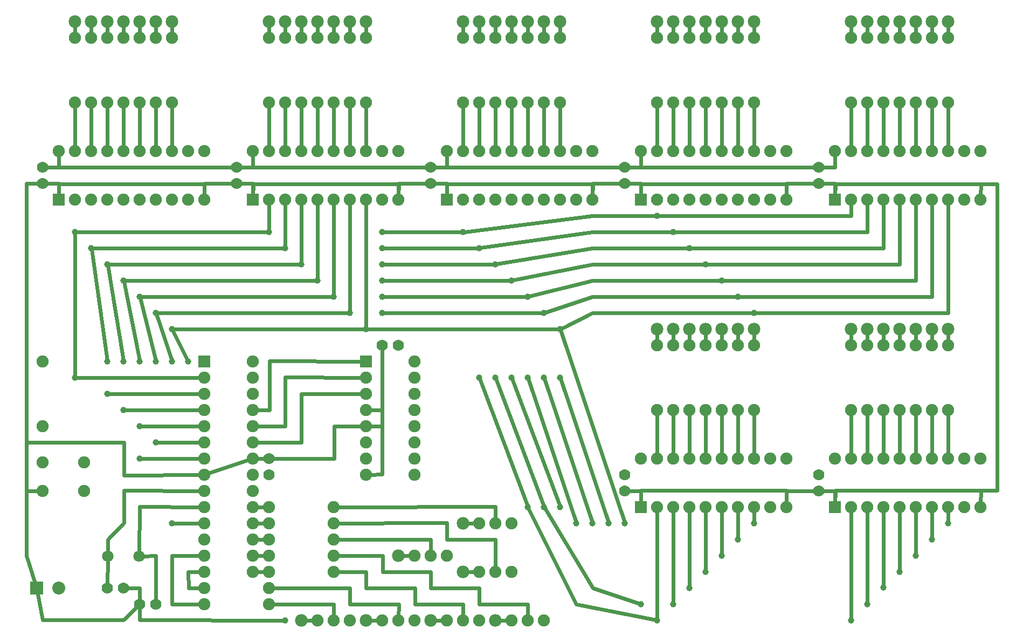
<source format=gbl>
G04 MADE WITH FRITZING*
G04 WWW.FRITZING.ORG*
G04 DOUBLE SIDED*
G04 HOLES PLATED*
G04 CONTOUR ON CENTER OF CONTOUR VECTOR*
%ASAXBY*%
%FSLAX23Y23*%
%MOIN*%
%OFA0B0*%
%SFA1.0B1.0*%
%ADD10C,0.039370*%
%ADD11C,0.080000*%
%ADD12C,0.078000*%
%ADD13C,0.075000*%
%ADD14C,0.070000*%
%ADD15C,0.070925*%
%ADD16C,0.070866*%
%ADD17R,0.080000X0.080000*%
%ADD18R,0.075000X0.075000*%
%ADD19C,0.024000*%
%LNCOPPER0*%
G90*
G70*
G54D10*
X3865Y195D03*
X1665Y95D03*
X365Y1595D03*
X565Y1495D03*
X565Y1695D03*
X665Y1395D03*
X665Y1695D03*
X765Y1295D03*
X865Y1195D03*
X765Y1695D03*
X865Y1695D03*
X965Y1695D03*
X1065Y1695D03*
X965Y695D03*
X765Y1095D03*
X1565Y2495D03*
X1665Y2395D03*
X1765Y2295D03*
X1865Y2195D03*
X1965Y2095D03*
X2065Y1995D03*
X2165Y1895D03*
X365Y2495D03*
X465Y2395D03*
X565Y2295D03*
X665Y2195D03*
X765Y2095D03*
X865Y1995D03*
X965Y1895D03*
X2765Y2495D03*
X2865Y2395D03*
X2965Y2295D03*
X3065Y2195D03*
X3165Y2095D03*
X3265Y1995D03*
X2265Y2495D03*
X2265Y2395D03*
X2265Y2295D03*
X2265Y2195D03*
X2265Y2095D03*
X2265Y1995D03*
X3965Y2595D03*
X4065Y2495D03*
X4165Y2395D03*
X4265Y2295D03*
X4365Y2195D03*
X4465Y2095D03*
X4565Y1995D03*
X4565Y696D03*
X4465Y595D03*
X4365Y495D03*
X4265Y395D03*
X4165Y295D03*
X4065Y195D03*
X3965Y95D03*
X5165Y95D03*
X5265Y195D03*
X5366Y297D03*
X5465Y395D03*
X5565Y495D03*
X5665Y595D03*
X5765Y695D03*
X3765Y695D03*
X3665Y695D03*
X3565Y695D03*
X3465Y695D03*
X3365Y795D03*
X3265Y795D03*
X3165Y795D03*
X3365Y1895D03*
X3365Y1595D03*
X3265Y1595D03*
X3165Y1595D03*
X3065Y1595D03*
X2965Y1595D03*
X2865Y1595D03*
G54D11*
X128Y295D03*
X265Y295D03*
G54D12*
X2765Y695D03*
X2765Y395D03*
X2365Y495D03*
X2965Y95D03*
X2565Y95D03*
X2165Y95D03*
X1765Y95D03*
X3965Y1895D03*
X4065Y1895D03*
X4165Y1895D03*
X4265Y1895D03*
X4365Y1895D03*
X4465Y1895D03*
X4565Y1895D03*
X5165Y1895D03*
X5265Y1895D03*
X5365Y1895D03*
X5465Y1895D03*
X5565Y1895D03*
X5665Y1895D03*
X5765Y1895D03*
X5165Y3795D03*
X5265Y3795D03*
X5365Y3795D03*
X5465Y3795D03*
X5565Y3795D03*
X5665Y3795D03*
X5765Y3795D03*
X3965Y3795D03*
X4065Y3795D03*
X4165Y3795D03*
X4265Y3795D03*
X4365Y3795D03*
X4465Y3795D03*
X4565Y3795D03*
X2765Y3795D03*
X2865Y3795D03*
X2965Y3795D03*
X3065Y3795D03*
X3165Y3795D03*
X3265Y3795D03*
X3365Y3795D03*
X1565Y3795D03*
X1665Y3795D03*
X1765Y3795D03*
X1865Y3795D03*
X1965Y3795D03*
X2065Y3795D03*
X2165Y3795D03*
X365Y3795D03*
X465Y3795D03*
X565Y3795D03*
X665Y3795D03*
X765Y3795D03*
X865Y3795D03*
X965Y3795D03*
G54D13*
X1165Y1695D03*
X1465Y1695D03*
X1165Y1595D03*
X1465Y1595D03*
X1165Y1495D03*
X1465Y1495D03*
X1165Y1395D03*
X1465Y1395D03*
X1165Y1295D03*
X1465Y1295D03*
X1165Y1195D03*
X1465Y1195D03*
X1165Y1095D03*
X1465Y1095D03*
X1165Y995D03*
X1465Y995D03*
X1165Y895D03*
X1465Y895D03*
X1165Y795D03*
X1465Y795D03*
X1165Y695D03*
X1465Y695D03*
X1165Y595D03*
X1465Y595D03*
X1165Y495D03*
X1465Y495D03*
X1165Y395D03*
X1465Y395D03*
X165Y1073D03*
X421Y1073D03*
X165Y895D03*
X421Y895D03*
X2165Y1695D03*
X2465Y1695D03*
X2165Y1595D03*
X2465Y1595D03*
X2165Y1495D03*
X2465Y1495D03*
X2165Y1395D03*
X2465Y1395D03*
X2165Y1295D03*
X2465Y1295D03*
X2165Y1195D03*
X2465Y1195D03*
X2165Y1095D03*
X2465Y1095D03*
X2165Y995D03*
X2465Y995D03*
G54D14*
X666Y295D03*
X565Y295D03*
X765Y195D03*
X865Y195D03*
G54D15*
X762Y492D03*
G54D16*
X569Y492D03*
G54D13*
X2865Y695D03*
X2965Y695D03*
X3065Y695D03*
X2865Y395D03*
X2965Y395D03*
X3065Y395D03*
X2465Y495D03*
X2565Y495D03*
X2665Y495D03*
X3065Y95D03*
X3165Y95D03*
X3265Y95D03*
X2665Y95D03*
X2765Y95D03*
X2865Y95D03*
X2265Y95D03*
X2365Y95D03*
X2465Y95D03*
X1865Y95D03*
X1965Y95D03*
X2065Y95D03*
X265Y2695D03*
X265Y2995D03*
X365Y2695D03*
X365Y2995D03*
X465Y2695D03*
X465Y2995D03*
X565Y2695D03*
X565Y2995D03*
X665Y2695D03*
X665Y2995D03*
X765Y2695D03*
X765Y2995D03*
X865Y2695D03*
X865Y2995D03*
X965Y2695D03*
X965Y2995D03*
X1065Y2695D03*
X1065Y2995D03*
X1165Y2695D03*
X1165Y2995D03*
X1465Y2695D03*
X1465Y2995D03*
X1565Y2695D03*
X1565Y2995D03*
X1665Y2695D03*
X1665Y2995D03*
X1765Y2695D03*
X1765Y2995D03*
X1865Y2695D03*
X1865Y2995D03*
X1965Y2695D03*
X1965Y2995D03*
X2065Y2695D03*
X2065Y2995D03*
X2165Y2695D03*
X2165Y2995D03*
X2265Y2695D03*
X2265Y2995D03*
X2365Y2695D03*
X2365Y2995D03*
X2665Y2695D03*
X2665Y2995D03*
X2765Y2695D03*
X2765Y2995D03*
X2865Y2695D03*
X2865Y2995D03*
X2965Y2695D03*
X2965Y2995D03*
X3065Y2695D03*
X3065Y2995D03*
X3165Y2695D03*
X3165Y2995D03*
X3265Y2695D03*
X3265Y2995D03*
X3365Y2695D03*
X3365Y2995D03*
X3465Y2695D03*
X3465Y2995D03*
X3565Y2695D03*
X3565Y2995D03*
X3865Y2695D03*
X3865Y2995D03*
X3965Y2695D03*
X3965Y2995D03*
X4065Y2695D03*
X4065Y2995D03*
X4165Y2695D03*
X4165Y2995D03*
X4265Y2695D03*
X4265Y2995D03*
X4365Y2695D03*
X4365Y2995D03*
X4465Y2695D03*
X4465Y2995D03*
X4565Y2695D03*
X4565Y2995D03*
X4665Y2695D03*
X4665Y2995D03*
X4765Y2695D03*
X4765Y2995D03*
X5065Y2695D03*
X5065Y2995D03*
X5165Y2695D03*
X5165Y2995D03*
X5265Y2695D03*
X5265Y2995D03*
X5365Y2695D03*
X5365Y2995D03*
X5465Y2695D03*
X5465Y2995D03*
X5565Y2695D03*
X5565Y2995D03*
X5665Y2695D03*
X5665Y2995D03*
X5765Y2695D03*
X5765Y2995D03*
X5865Y2695D03*
X5865Y2995D03*
X5965Y2695D03*
X5965Y2995D03*
X5065Y794D03*
X5065Y1094D03*
X5165Y794D03*
X5165Y1094D03*
X5265Y794D03*
X5265Y1094D03*
X5365Y794D03*
X5365Y1094D03*
X5465Y794D03*
X5465Y1094D03*
X5565Y794D03*
X5565Y1094D03*
X5665Y794D03*
X5665Y1094D03*
X5765Y794D03*
X5765Y1094D03*
X5865Y794D03*
X5865Y1094D03*
X5965Y794D03*
X5965Y1094D03*
X3864Y794D03*
X3864Y1094D03*
X3964Y794D03*
X3964Y1094D03*
X4064Y794D03*
X4064Y1094D03*
X4164Y794D03*
X4164Y1094D03*
X4264Y794D03*
X4264Y1094D03*
X4364Y794D03*
X4364Y1094D03*
X4464Y794D03*
X4464Y1094D03*
X4564Y794D03*
X4564Y1094D03*
X4664Y794D03*
X4664Y1094D03*
X4764Y794D03*
X4764Y1094D03*
X5365Y1795D03*
X5365Y1395D03*
X5465Y1795D03*
X5465Y1395D03*
X5665Y1795D03*
X5665Y1395D03*
X5565Y1795D03*
X5565Y1395D03*
X1965Y395D03*
X1565Y395D03*
X1965Y495D03*
X1565Y495D03*
X1965Y595D03*
X1565Y595D03*
X1965Y695D03*
X1565Y695D03*
X1965Y795D03*
X1565Y795D03*
X1565Y295D03*
X1165Y295D03*
X1565Y195D03*
X1165Y195D03*
X165Y1295D03*
X165Y1695D03*
X4565Y1795D03*
X4565Y1395D03*
X4465Y1795D03*
X4465Y1395D03*
X4365Y1795D03*
X4365Y1395D03*
X4265Y1795D03*
X4265Y1395D03*
X4165Y1795D03*
X4165Y1395D03*
X4065Y1795D03*
X4065Y1395D03*
X3965Y1795D03*
X3965Y1395D03*
X5765Y1795D03*
X5765Y1395D03*
X5265Y1795D03*
X5265Y1395D03*
X5165Y1795D03*
X5165Y1395D03*
X5765Y3695D03*
X5765Y3295D03*
X5665Y3695D03*
X5665Y3295D03*
X5565Y3695D03*
X5565Y3295D03*
X5465Y3695D03*
X5465Y3295D03*
X5265Y3695D03*
X5265Y3295D03*
X4565Y3695D03*
X4565Y3295D03*
X4365Y3695D03*
X4365Y3295D03*
X4465Y3695D03*
X4465Y3295D03*
X5165Y3695D03*
X5165Y3295D03*
X5365Y3695D03*
X5365Y3295D03*
X4165Y3695D03*
X4165Y3295D03*
X3965Y3695D03*
X3965Y3295D03*
X3265Y3695D03*
X3265Y3295D03*
X3365Y3695D03*
X3365Y3295D03*
X4065Y3695D03*
X4065Y3295D03*
X4265Y3695D03*
X4265Y3295D03*
X3065Y3695D03*
X3065Y3295D03*
X2865Y3695D03*
X2865Y3295D03*
X2165Y3695D03*
X2165Y3295D03*
X2765Y3695D03*
X2765Y3295D03*
X2965Y3695D03*
X2965Y3295D03*
X3165Y3695D03*
X3165Y3295D03*
X1965Y3695D03*
X1965Y3295D03*
X1765Y3695D03*
X1765Y3295D03*
X1565Y3695D03*
X1565Y3295D03*
X1665Y3695D03*
X1665Y3295D03*
X1865Y3695D03*
X1865Y3295D03*
X2065Y3695D03*
X2065Y3295D03*
X965Y3695D03*
X965Y3295D03*
X865Y3695D03*
X865Y3295D03*
X765Y3695D03*
X765Y3295D03*
X665Y3695D03*
X665Y3295D03*
X565Y3695D03*
X565Y3295D03*
X465Y3695D03*
X465Y3295D03*
X365Y3695D03*
X365Y3295D03*
G54D14*
X4965Y2895D03*
X4965Y2795D03*
X3765Y2895D03*
X3765Y2795D03*
X2565Y2895D03*
X2565Y2795D03*
X1365Y2895D03*
X1365Y2795D03*
X165Y2895D03*
X165Y2795D03*
X4965Y995D03*
X4965Y895D03*
X3765Y995D03*
X3765Y895D03*
X2265Y1795D03*
X2366Y1795D03*
X1565Y1095D03*
X1565Y995D03*
G54D17*
X128Y295D03*
G54D18*
X1165Y1695D03*
X2165Y1695D03*
X265Y2695D03*
X1465Y2695D03*
X2665Y2695D03*
X3865Y2695D03*
X5065Y2695D03*
X5065Y794D03*
X3864Y794D03*
G54D19*
X5765Y703D02*
X5765Y776D01*
D02*
X5665Y603D02*
X5665Y776D01*
D02*
X5565Y503D02*
X5565Y776D01*
D02*
X5465Y403D02*
X5465Y776D01*
D02*
X5366Y305D02*
X5365Y776D01*
D02*
X5265Y203D02*
X5265Y776D01*
D02*
X5165Y103D02*
X5165Y776D01*
D02*
X3466Y195D02*
X3169Y788D01*
D02*
X3958Y97D02*
X3466Y195D01*
D02*
X665Y97D02*
X164Y97D01*
D02*
X164Y97D02*
X131Y276D01*
D02*
X755Y185D02*
X665Y97D01*
D02*
X3858Y198D02*
X3567Y296D01*
D02*
X3567Y296D02*
X3270Y789D01*
D02*
X1658Y95D02*
X766Y97D01*
D02*
X766Y97D02*
X765Y180D01*
D02*
X1148Y1595D02*
X373Y1595D01*
D02*
X573Y1495D02*
X1148Y1495D01*
D02*
X673Y1395D02*
X1148Y1395D01*
D02*
X773Y1295D02*
X1148Y1295D01*
D02*
X873Y1195D02*
X1148Y1195D01*
D02*
X773Y1095D02*
X1148Y1095D01*
D02*
X973Y695D02*
X1148Y695D01*
D02*
X1565Y2678D02*
X1565Y2503D01*
D02*
X1665Y2678D02*
X1665Y2403D01*
D02*
X1765Y2678D02*
X1765Y2303D01*
D02*
X1865Y2678D02*
X1865Y2203D01*
D02*
X1965Y2678D02*
X1965Y2103D01*
D02*
X2065Y2678D02*
X2065Y2003D01*
D02*
X2165Y2678D02*
X2165Y1903D01*
D02*
X1558Y2495D02*
X373Y2495D01*
D02*
X1658Y2395D02*
X473Y2395D01*
D02*
X1758Y2295D02*
X573Y2295D01*
D02*
X1858Y2195D02*
X673Y2195D01*
D02*
X1958Y2095D02*
X773Y2095D01*
D02*
X2058Y1995D02*
X873Y1995D01*
D02*
X1062Y1702D02*
X969Y1888D01*
D02*
X965Y1895D02*
X1062Y1702D01*
D02*
X2158Y1895D02*
X965Y1895D01*
D02*
X2273Y2495D02*
X2758Y2495D01*
D02*
X2273Y1995D02*
X3258Y1995D01*
D02*
X2273Y2395D02*
X2858Y2395D01*
D02*
X2273Y2295D02*
X2958Y2295D01*
D02*
X2273Y2195D02*
X3058Y2195D01*
D02*
X2273Y2095D02*
X3158Y2095D01*
D02*
X868Y1988D02*
X963Y1703D01*
D02*
X767Y2088D02*
X864Y1703D01*
D02*
X667Y2188D02*
X764Y1703D01*
D02*
X567Y2288D02*
X664Y1703D01*
D02*
X365Y2488D02*
X365Y1603D01*
D02*
X467Y2388D02*
X564Y1703D01*
D02*
X3566Y2596D02*
X2773Y2496D01*
D02*
X3865Y2596D02*
X3566Y2596D01*
D02*
X3958Y2595D02*
X3865Y2596D01*
D02*
X3566Y2495D02*
X2873Y2397D01*
D02*
X3865Y2495D02*
X3566Y2495D01*
D02*
X4058Y2495D02*
X3865Y2495D01*
D02*
X3566Y2395D02*
X2973Y2297D01*
D02*
X3865Y2395D02*
X3566Y2395D01*
D02*
X4158Y2395D02*
X3865Y2395D01*
D02*
X3566Y2295D02*
X3865Y2295D01*
D02*
X3865Y2295D02*
X4258Y2295D01*
D02*
X3073Y2197D02*
X3566Y2295D01*
D02*
X3566Y2195D02*
X3865Y2195D01*
D02*
X3865Y2195D02*
X4358Y2195D01*
D02*
X3173Y2097D02*
X3566Y2195D01*
D02*
X3566Y2094D02*
X3865Y2094D01*
D02*
X3865Y2094D02*
X4458Y2095D01*
D02*
X3273Y1998D02*
X3566Y2094D01*
D02*
X3358Y1895D02*
X2173Y1895D01*
D02*
X3565Y1995D02*
X4558Y1995D01*
D02*
X3373Y1899D02*
X3565Y1995D01*
D02*
X3368Y1888D02*
X3763Y703D01*
D02*
X2868Y1588D02*
X3163Y803D01*
D02*
X2968Y1588D02*
X3263Y803D01*
D02*
X3068Y1588D02*
X3363Y803D01*
D02*
X3168Y1588D02*
X3463Y703D01*
D02*
X3268Y1588D02*
X3563Y703D01*
D02*
X3368Y1588D02*
X3663Y703D01*
D02*
X4564Y776D02*
X4565Y696D01*
D02*
X4465Y603D02*
X4464Y776D01*
D02*
X4365Y503D02*
X4364Y776D01*
D02*
X4265Y403D02*
X4264Y776D01*
D02*
X4165Y303D02*
X4164Y776D01*
D02*
X4065Y203D02*
X4064Y776D01*
D02*
X3965Y103D02*
X3964Y776D01*
D02*
X3973Y2595D02*
X5165Y2595D01*
D02*
X5165Y2595D02*
X5165Y2678D01*
D02*
X4073Y2495D02*
X5265Y2495D01*
D02*
X5265Y2495D02*
X5265Y2678D01*
D02*
X4173Y2395D02*
X5365Y2395D01*
D02*
X5365Y2395D02*
X5365Y2678D01*
D02*
X4273Y2295D02*
X5465Y2295D01*
D02*
X5465Y2295D02*
X5465Y2678D01*
D02*
X4373Y2195D02*
X5565Y2195D01*
D02*
X5565Y2195D02*
X5565Y2678D01*
D02*
X4473Y2095D02*
X5665Y2095D01*
D02*
X5665Y2095D02*
X5665Y2678D01*
D02*
X4573Y1995D02*
X5765Y1995D01*
D02*
X5765Y1995D02*
X5765Y2678D01*
D02*
X265Y2793D02*
X265Y2713D01*
D02*
X1165Y2793D02*
X265Y2793D01*
D02*
X1165Y2713D02*
X1165Y2793D01*
D02*
X1467Y2793D02*
X1466Y2713D01*
D02*
X2367Y2793D02*
X1467Y2793D01*
D02*
X2366Y2713D02*
X2367Y2793D01*
D02*
X3865Y2793D02*
X3865Y2713D01*
D02*
X4765Y2793D02*
X3865Y2793D01*
D02*
X4765Y2713D02*
X4765Y2793D01*
D02*
X2664Y2793D02*
X2665Y2713D01*
D02*
X3563Y2793D02*
X2664Y2793D01*
D02*
X3565Y2713D02*
X3563Y2793D01*
D02*
X5067Y2793D02*
X5066Y2713D01*
D02*
X5967Y2793D02*
X5067Y2793D01*
D02*
X5966Y2713D02*
X5967Y2793D01*
D02*
X668Y993D02*
X1148Y995D01*
D02*
X668Y1194D02*
X668Y993D01*
D02*
X467Y1194D02*
X668Y1194D01*
D02*
X64Y1194D02*
X467Y1194D01*
D02*
X64Y496D02*
X64Y1194D01*
D02*
X122Y315D02*
X64Y496D01*
D02*
X1182Y1001D02*
X1449Y1090D01*
D02*
X2265Y1294D02*
X2183Y1295D01*
D02*
X2265Y997D02*
X2265Y1294D01*
D02*
X2183Y996D02*
X2265Y997D01*
D02*
X2265Y1394D02*
X2183Y1395D01*
D02*
X2265Y1294D02*
X2265Y1394D01*
D02*
X2183Y1295D02*
X2265Y1294D01*
D02*
X64Y496D02*
X64Y697D01*
D02*
X64Y697D02*
X66Y895D01*
D02*
X122Y315D02*
X64Y496D01*
D02*
X66Y895D02*
X148Y895D01*
D02*
X365Y3278D02*
X365Y3013D01*
D02*
X465Y3278D02*
X465Y3013D01*
D02*
X565Y3278D02*
X565Y3013D01*
D02*
X665Y3278D02*
X665Y3013D01*
D02*
X765Y3278D02*
X765Y3013D01*
D02*
X865Y3278D02*
X865Y3013D01*
D02*
X965Y3278D02*
X965Y3013D01*
D02*
X365Y3776D02*
X365Y3713D01*
D02*
X465Y3776D02*
X465Y3713D01*
D02*
X565Y3776D02*
X565Y3713D01*
D02*
X665Y3776D02*
X665Y3713D01*
D02*
X765Y3776D02*
X765Y3713D01*
D02*
X865Y3776D02*
X865Y3713D01*
D02*
X965Y3776D02*
X965Y3713D01*
D02*
X1565Y3776D02*
X1565Y3713D01*
D02*
X1665Y3776D02*
X1665Y3713D01*
D02*
X1765Y3776D02*
X1765Y3713D01*
D02*
X1865Y3776D02*
X1865Y3713D01*
D02*
X1965Y3776D02*
X1965Y3713D01*
D02*
X2065Y3776D02*
X2065Y3713D01*
D02*
X2165Y3776D02*
X2165Y3713D01*
D02*
X2765Y3776D02*
X2765Y3713D01*
D02*
X2865Y3776D02*
X2865Y3713D01*
D02*
X2965Y3776D02*
X2965Y3713D01*
D02*
X3065Y3776D02*
X3065Y3713D01*
D02*
X3165Y3776D02*
X3165Y3713D01*
D02*
X3365Y3776D02*
X3365Y3713D01*
D02*
X3265Y3776D02*
X3265Y3713D01*
D02*
X3965Y3776D02*
X3965Y3713D01*
D02*
X4065Y3776D02*
X4065Y3713D01*
D02*
X4165Y3776D02*
X4165Y3713D01*
D02*
X4265Y3776D02*
X4265Y3713D01*
D02*
X4365Y3776D02*
X4365Y3713D01*
D02*
X4465Y3776D02*
X4465Y3713D01*
D02*
X4565Y3776D02*
X4565Y3713D01*
D02*
X5165Y3776D02*
X5165Y3713D01*
D02*
X5265Y3776D02*
X5265Y3713D01*
D02*
X5365Y3776D02*
X5365Y3713D01*
D02*
X5465Y3776D02*
X5465Y3713D01*
D02*
X5565Y3776D02*
X5565Y3713D01*
D02*
X5665Y3776D02*
X5665Y3713D01*
D02*
X5765Y3776D02*
X5765Y3713D01*
D02*
X4565Y1876D02*
X4565Y1813D01*
D02*
X4465Y1876D02*
X4465Y1813D01*
D02*
X4365Y1876D02*
X4365Y1813D01*
D02*
X4265Y1876D02*
X4265Y1813D01*
D02*
X4165Y1876D02*
X4165Y1813D01*
D02*
X4065Y1876D02*
X4065Y1813D01*
D02*
X3965Y1876D02*
X3965Y1813D01*
D02*
X5765Y1876D02*
X5765Y1813D01*
D02*
X5665Y1876D02*
X5665Y1813D01*
D02*
X5565Y1876D02*
X5565Y1813D01*
D02*
X5465Y1876D02*
X5465Y1813D01*
D02*
X5365Y1876D02*
X5365Y1813D01*
D02*
X5265Y1876D02*
X5265Y1813D01*
D02*
X5165Y1876D02*
X5165Y1813D01*
D02*
X5165Y1378D02*
X5165Y1111D01*
D02*
X5265Y1378D02*
X5265Y1111D01*
D02*
X5365Y1378D02*
X5365Y1111D01*
D02*
X5465Y1378D02*
X5465Y1111D01*
D02*
X5565Y1378D02*
X5565Y1111D01*
D02*
X5665Y1378D02*
X5665Y1111D01*
D02*
X5765Y1378D02*
X5765Y1111D01*
D02*
X3965Y1378D02*
X3964Y1111D01*
D02*
X4065Y1195D02*
X4064Y1111D01*
D02*
X4065Y1378D02*
X4065Y1195D01*
D02*
X4165Y1378D02*
X4164Y1111D01*
D02*
X4265Y1378D02*
X4264Y1111D01*
D02*
X4365Y1378D02*
X4364Y1111D01*
D02*
X4465Y1378D02*
X4464Y1111D01*
D02*
X4565Y1378D02*
X4564Y1111D01*
D02*
X1568Y1697D02*
X1568Y1396D01*
D02*
X1568Y1396D02*
X1483Y1395D01*
D02*
X2148Y1696D02*
X1568Y1697D01*
D02*
X1663Y1597D02*
X1663Y1295D01*
D02*
X1663Y1295D02*
X1483Y1295D01*
D02*
X2148Y1595D02*
X1663Y1597D01*
D02*
X1764Y1496D02*
X1764Y1194D01*
D02*
X1764Y1194D02*
X1483Y1195D01*
D02*
X2148Y1495D02*
X1764Y1496D01*
D02*
X1565Y3278D02*
X1565Y3013D01*
D02*
X1665Y3278D02*
X1665Y3013D01*
D02*
X1765Y3278D02*
X1765Y3013D01*
D02*
X1865Y3278D02*
X1865Y3013D01*
D02*
X1965Y3278D02*
X1965Y3013D01*
D02*
X2065Y3278D02*
X2065Y3013D01*
D02*
X2165Y3278D02*
X2165Y3013D01*
D02*
X2765Y3278D02*
X2765Y3013D01*
D02*
X2865Y3278D02*
X2865Y3013D01*
D02*
X2965Y3278D02*
X2965Y3013D01*
D02*
X3065Y3278D02*
X3065Y3013D01*
D02*
X3165Y3278D02*
X3165Y3013D01*
D02*
X3265Y3278D02*
X3265Y3013D01*
D02*
X3365Y3278D02*
X3365Y3013D01*
D02*
X3965Y3278D02*
X3965Y3013D01*
D02*
X4065Y3278D02*
X4065Y3013D01*
D02*
X4165Y3278D02*
X4165Y3013D01*
D02*
X4265Y3278D02*
X4265Y3013D01*
D02*
X4365Y3278D02*
X4365Y3013D01*
D02*
X4465Y3278D02*
X4465Y3013D01*
D02*
X4565Y3278D02*
X4565Y3013D01*
D02*
X5165Y3278D02*
X5165Y3013D01*
D02*
X5265Y3278D02*
X5265Y3013D01*
D02*
X5365Y3278D02*
X5365Y3013D01*
D02*
X5465Y3278D02*
X5465Y3013D01*
D02*
X5565Y3278D02*
X5565Y3013D01*
D02*
X5765Y3278D02*
X5765Y3013D01*
D02*
X5665Y3278D02*
X5665Y3013D01*
D02*
X5067Y898D02*
X5065Y811D01*
D02*
X5967Y898D02*
X5067Y898D01*
D02*
X5965Y811D02*
X5967Y898D01*
D02*
X3865Y898D02*
X3864Y811D01*
D02*
X4765Y898D02*
X3865Y898D01*
D02*
X4764Y811D02*
X4765Y898D01*
D02*
X6067Y2793D02*
X6067Y898D01*
D02*
X6067Y898D02*
X5967Y898D01*
D02*
X5967Y2793D02*
X6067Y2793D01*
D02*
X5967Y898D02*
X5965Y811D01*
D02*
X5966Y2713D02*
X5967Y2793D01*
D02*
X966Y195D02*
X1148Y195D01*
D02*
X964Y496D02*
X966Y195D01*
D02*
X1148Y495D02*
X964Y496D01*
D02*
X1067Y296D02*
X1065Y395D01*
D02*
X1065Y395D02*
X1148Y395D01*
D02*
X1148Y296D02*
X1067Y296D01*
D02*
X1965Y194D02*
X1965Y113D01*
D02*
X1663Y194D02*
X1965Y194D01*
D02*
X1583Y195D02*
X1663Y194D01*
D02*
X1784Y95D02*
X1848Y95D01*
D02*
X2367Y194D02*
X2065Y194D01*
D02*
X2065Y294D02*
X1663Y294D01*
D02*
X2065Y194D02*
X2065Y294D01*
D02*
X1663Y294D02*
X1583Y295D01*
D02*
X2366Y113D02*
X2367Y194D01*
D02*
X2184Y95D02*
X2248Y95D01*
D02*
X2584Y95D02*
X2648Y95D01*
D02*
X2984Y95D02*
X3048Y95D01*
D02*
X2468Y294D02*
X2468Y194D01*
D02*
X2468Y194D02*
X2764Y194D01*
D02*
X2764Y194D02*
X2765Y113D01*
D02*
X2166Y294D02*
X2468Y294D01*
D02*
X2166Y395D02*
X2166Y294D01*
D02*
X1983Y395D02*
X2166Y395D01*
D02*
X3166Y194D02*
X3166Y113D01*
D02*
X2865Y194D02*
X3166Y194D01*
D02*
X2865Y294D02*
X2865Y194D01*
D02*
X2563Y294D02*
X2865Y294D01*
D02*
X2563Y395D02*
X2563Y294D01*
D02*
X2267Y395D02*
X2563Y395D01*
D02*
X2267Y496D02*
X2267Y395D01*
D02*
X1983Y495D02*
X2267Y496D01*
D02*
X2563Y596D02*
X1983Y595D01*
D02*
X2565Y513D02*
X2563Y596D01*
D02*
X2384Y495D02*
X2448Y495D01*
D02*
X2965Y596D02*
X2965Y413D01*
D02*
X2664Y596D02*
X2965Y596D01*
D02*
X2664Y697D02*
X2664Y596D01*
D02*
X2563Y697D02*
X2664Y697D01*
D02*
X1983Y695D02*
X2563Y697D01*
D02*
X2784Y395D02*
X2848Y395D01*
D02*
X2965Y797D02*
X1983Y795D01*
D02*
X2965Y713D02*
X2965Y797D01*
D02*
X2784Y695D02*
X2848Y695D01*
D02*
X1548Y795D02*
X1483Y795D01*
D02*
X1548Y695D02*
X1483Y695D01*
D02*
X1548Y595D02*
X1483Y595D01*
D02*
X1548Y495D02*
X1483Y495D01*
D02*
X1548Y395D02*
X1483Y395D01*
D02*
X567Y596D02*
X668Y697D01*
D02*
X668Y697D02*
X668Y898D01*
D02*
X668Y898D02*
X1148Y896D01*
D02*
X569Y508D02*
X567Y596D01*
D02*
X763Y797D02*
X1148Y796D01*
D02*
X762Y508D02*
X763Y797D01*
D02*
X566Y310D02*
X569Y476D01*
D02*
X766Y296D02*
X765Y210D01*
D02*
X681Y296D02*
X766Y296D01*
D02*
X864Y496D02*
X778Y493D01*
D02*
X864Y394D02*
X864Y496D01*
D02*
X865Y210D02*
X864Y394D01*
D02*
X3865Y2894D02*
X3865Y2978D01*
D02*
X4950Y2895D02*
X3865Y2894D01*
D02*
X5066Y2894D02*
X5066Y2978D01*
D02*
X4980Y2895D02*
X5066Y2894D01*
D02*
X5066Y2796D02*
X4980Y2795D01*
D02*
X5066Y2713D02*
X5066Y2796D01*
D02*
X4950Y2795D02*
X4765Y2796D01*
D02*
X4765Y2796D02*
X4765Y2713D01*
D02*
X3567Y2796D02*
X3566Y2713D01*
D02*
X3750Y2795D02*
X3567Y2796D01*
D02*
X3780Y2795D02*
X3865Y2796D01*
D02*
X3865Y2796D02*
X3865Y2713D01*
D02*
X3865Y2894D02*
X3865Y2978D01*
D02*
X3780Y2895D02*
X3865Y2894D01*
D02*
X2664Y2894D02*
X3750Y2895D01*
D02*
X2665Y2978D02*
X2664Y2894D01*
D02*
X2664Y2796D02*
X2665Y2713D01*
D02*
X2580Y2795D02*
X2664Y2796D01*
D02*
X2550Y2795D02*
X2366Y2796D01*
D02*
X2366Y2796D02*
X2366Y2713D01*
D02*
X2665Y2978D02*
X2664Y2894D01*
D02*
X2664Y2894D02*
X2580Y2895D01*
D02*
X1466Y2894D02*
X1466Y2978D01*
D02*
X2550Y2895D02*
X1466Y2894D01*
D02*
X1466Y2894D02*
X1466Y2978D01*
D02*
X1380Y2895D02*
X1466Y2894D01*
D02*
X265Y2894D02*
X1350Y2895D01*
D02*
X265Y2978D02*
X265Y2894D01*
D02*
X1380Y2795D02*
X1466Y2796D01*
D02*
X1466Y2796D02*
X1466Y2713D01*
D02*
X1165Y2796D02*
X1165Y2713D01*
D02*
X1350Y2795D02*
X1165Y2796D01*
D02*
X265Y2796D02*
X265Y2713D01*
D02*
X180Y2795D02*
X265Y2796D01*
D02*
X180Y2895D02*
X265Y2894D01*
D02*
X265Y2894D02*
X265Y2978D01*
D02*
X66Y496D02*
X122Y315D01*
D02*
X66Y2796D02*
X66Y496D01*
D02*
X150Y2795D02*
X66Y2796D01*
D02*
X5066Y895D02*
X5065Y811D01*
D02*
X4980Y895D02*
X5066Y895D01*
D02*
X4950Y895D02*
X4765Y895D01*
D02*
X4765Y895D02*
X4764Y811D01*
D02*
X3780Y895D02*
X3865Y895D01*
D02*
X3865Y895D02*
X3864Y811D01*
D02*
X2265Y1780D02*
X2265Y1396D01*
D02*
X2265Y1396D02*
X2183Y1396D01*
D02*
X1967Y1095D02*
X1580Y1095D01*
D02*
X1967Y1294D02*
X1967Y1095D01*
D02*
X2148Y1295D02*
X1967Y1294D01*
D02*
X1550Y1095D02*
X1483Y1095D01*
G04 End of Copper0*
M02*
</source>
